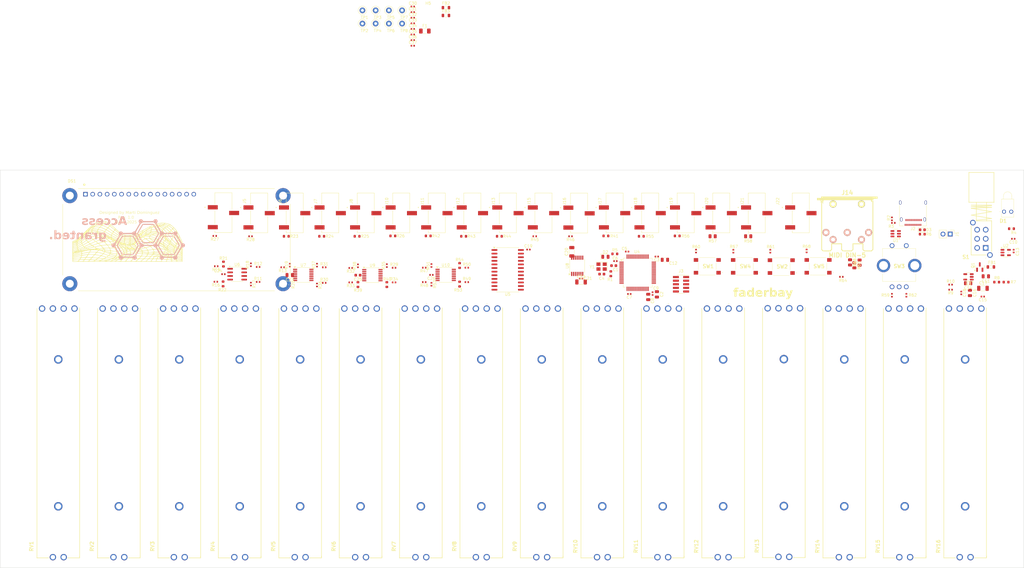
<source format=kicad_pcb>
(kicad_pcb (version 20241229) (generator "pcbnew") (generator_version "9.0")
  (layers (0 "F.Cu" signal) (4 "In1.Cu" signal) (6 "In2.Cu" signal) (2 "B.Cu" signal) (13 "F.Paste" user) (15 "B.Paste" user) (5 "F.SilkS" user "F.Silkscreen") (7 "B.SilkS" user "B.Silkscreen") (1 "F.Mask" user) (3 "B.Mask" user) (25 "Edge.Cuts" user))
  (net 0 "")
  (net 1 "Net-(D1-A)")
  (net 2 "Net-(F1-Pad1)")
  (net 3 "+5V")
  (net 4 "P6")
  (net 5 "P5")
  (net 6 "P4")
  (net 7 "P2")
  (net 8 "P1")
  (net 9 "P3")
  (net 10 "P15")
  (net 11 "P0")
  (net 12 "P7")
  (net 13 "P8")
  (net 14 "P9")
  (net 15 "P10")
  (net 16 "P11")
  (net 17 "P12")
  (net 18 "P13")
  (net 19 "P14")
  (net 20 "ENC_CH2")
  (net 22 "ENC_CH1")
  (net 24 "+3.3V")
  (net 25 "BT3")
  (net 26 "BT1")
  (net 27 "BT2")
  (net 28 "USB_CONN_D-")
  (net 29 "Net-(J2-CC2)")
  (net 30 "USB_VBUS")
  (net 31 "USB_CONN_D+")
  (net 32 "Net-(J2-CC1)")
  (net 33 "Net-(U7A--)")
  (net 34 "Net-(U7B--)")
  (net 35 "Net-(R19-Pad2)")
  (net 36 "Net-(R20-Pad2)")
  (net 37 "Net-(U10D--)")
  (net 38 "Net-(U10C--)")
  (net 39 "Net-(U7D--)")
  (net 40 "Net-(R52-Pad2)")
  (net 41 "Net-(R51-Pad2)")
  (net 42 "Net-(U7C--)")
  (net 43 "Net-(U9D--)")
  (net 44 "Net-(U9A--)")
  (net 45 "Net-(U9B--)")
  (net 46 "Net-(U9C--)")
  (net 47 "Net-(R35-Pad2)")
  (net 48 "Net-(U10B--)")
  (net 49 "Net-(U10A--)")
  (net 50 "HSE_OUT")
  (net 51 "Net-(C4-Pad1)")
  (net 52 "Net-(D2-A)")
  (net 53 "Net-(D3-A)")
  (net 54 "Net-(R36-Pad2)")
  (net 55 "UART_TX")
  (net 56 "USB_D+")
  (net 57 "USB_D-")
  (net 58 "Net-(R37-Pad2)")
  (net 59 "GNDA")
  (net 60 "Net-(R38-Pad2)")
  (net 61 "VDDA")
  (net 63 "MUX_S1")
  (net 64 "MUX_S3")
  (net 66 "ADC_IN")
  (net 67 "ADC_BUFF")
  (net 68 "GND")
  (net 69 "MUX_S0")
  (net 70 "MUX_S2")
  (net 75 "HSE_IN")
  (net 80 "+5VA")
  (net 82 "Net-(J17-Pad3)")
  (net 83 "SWDIO")
  (net 84 "Net-(J5-Pad3)")
  (net 86 "SPI_SCK")
  (net 87 "SWCLK")
  (net 88 "Net-(U4-VCAP_1)")
  (net 89 "Net-(J22-Pad3)")
  (net 91 "Net-(J21-Pad3)")
  (net 96 "Net-(J20-Pad3)")
  (net 97 "Net-(J19-Pad3)")
  (net 98 "NRST")
  (net 99 "SPI_MOSI")
  (net 101 "Net-(J18-Pad3)")
  (net 102 "Net-(J13-Pad3)")
  (net 103 "Net-(U4-VCAP_2)")
  (net 104 "SWO")
  (net 110 "Net-(J16-Pad3)")
  (net 111 "Net-(J15-Pad3)")
  (net 112 "Net-(J6-Pad3)")
  (net 113 "Net-(J7-Pad3)")
  (net 114 "Net-(J8-Pad3)")
  (net 115 "Net-(J9-Pad3)")
  (net 116 "GNDD")
  (net 117 "Net-(J9-Pad2)")
  (net 118 "Net-(J10-Pad3)")
  (net 119 "Net-(J11-Pad3)")
  (net 120 "Net-(J12-Pad3)")
  (net 121 "Net-(J14-Pad4)")
  (net 123 "Net-(J14-Pad5)")
  (net 127 "+5VD")
  (net 128 "DISP_CS")
  (net 131 "Net-(DS1-LED+)")
  (net 134 "Net-(S1-COM_1)")
  (net 137 "BT4")
  (net 138 "-5VA")
  (net 139 "Net-(Q1-C)")
  (net 140 "Net-(R14-Pad2)")
  (net 141 "Net-(R15-Pad2)")
  (net 142 "Net-(R13-Pad2)")
  (net 143 "Net-(R33-Pad2)")
  (net 144 "Net-(R34-Pad2)")
  (net 145 "Net-(R16-Pad2)")
  (net 146 "Net-(R49-Pad2)")
  (net 147 "Net-(R50-Pad2)")
  (net 148 "Net-(U8D--)")
  (net 149 "Net-(U8C--)")
  (net 150 "Net-(Q1-B)")
  (net 151 "Net-(U8A--)")
  (net 152 "Net-(U8B--)")
  (net 154 "Net-(U6-CAP-)")
  (net 157 "Net-(U6-VOUT)")
  (net 158 "Net-(U6-CAP+)")
  (net 162 "UART2_RX")
  (net 167 "UART2_TX")
  (net 170 "Net-(C24-Pad1)")
  (footprint "Package_SO:TSSOP-14_4.4x5mm_P0.65mm" (layer "F.Cu") (at -23.3172 -38.1)
    (property "Reference" "U10")
    (property "Value" "MCP6004")
  )
  (footprint "User:PTB60442010BPA104" (layer "F.Cu") (at -51.35 -26.25 90)
    (property "Reference" "RV6")
    (property "Value" "100k" (hide yes))
  )
  (footprint "Connector_PinSocket_1.27mm:PinSocket_2x05_P1.27mm_Vertical_SMD" (layer "F.Cu") (at 59.436 -34.798)
    (property "Reference" "J3")
    (property "Value" "SWD")
  )
  (footprint "LED_SMD:LED_0805_2012Metric" (layer "F.Cu") (at 32.853 -44.478)
    (property "Reference" "D2")
    (property "Value" "GREEN")
  )
  (footprint "User:PJ-320B" (layer "F.Cu") (at -13.932 -58.928 -90)
    (property "Reference" "J13")
    (property "Value" "~")
  )
  (footprint "Resistor_SMD:R_0603_1608Metric" (layer "F.Cu") (at 173.736 -35.56)
    (property "Reference" "R7")
    (property "Value" "0")
  )
  (footprint "Resistor_SMD:R_0402_1005Metric" (layer "F.Cu") (at 115.824 -37.4165 180)
    (property "Reference" "R64")
    (property "Value" "1k")
  )
  (footprint "User:PTB60442010BPA104" (layer "F.Cu") (at -93.85 -26.25 90)
    (property "Reference" "RV4")
    (property "Value" "100k" (hide yes))
  )
  (footprint "User:PJ-320B" (layer "F.Cu") (at 61.068 -58.928 -90)
    (property "Reference" "J20")
    (property "Value" "~")
  )
  (footprint "Resistor_SMD:R_0805_2012Metric" (layer "F.Cu") (at 122.2248 -42.418 90)
    (property "Reference" "R66")
    (property "Value" "220")
  )
  (footprint "TestPoint:TestPoint_Loop_D2.50mm_Drill1.0mm" (layer "F.Cu") (at -38.65 -126.555)
    (property "Reference" "TP8")
    (property "Value" "TestPoint")
  )
  (footprint "Resistor_SMD:R_0402_1005Metric" (layer "F.Cu") (at -80.645 -40.767 180)
    (property "Reference" "R13")
    (property "Value" "10k")
  )
  (footprint "Capacitor_SMD:C_0805_2012Metric" (layer "F.Cu") (at 47.9044 -30.3428 -90)
    (property "Reference" "C8")
    (property "Value" "2u2")
  )
  (footprint "Inductor_SMD:L_0805_2012Metric" (layer "F.Cu") (at -23.23 -132.155)
    (property "Reference" "FB2")
    (property "Value" "100@100MHz")
  )
  (footprint "Resistor_SMD:R_0402_1005Metric" (layer "F.Cu") (at 134.112 -56.406)
    (property "Reference" "R3")
    (property "Value" "5.1k")
  )
  (footprint "Capacitor_SMD:C_0805_2012Metric" (layer "F.Cu") (at 161.036 -31.75 -90)
    (property "Reference" "C16")
    (property "Value" "10u")
  )
  (footprint "Capacitor_SMD:C_0402_1005Metric" (layer "F.Cu") (at -34.89 -124.665)
    (property "Reference" "C34")
    (property "Value" "100n")
  )
  (footprint "Package_TO_SOT_SMD:SOT-23" (layer "F.Cu") (at 164.4904 -40.8432 90)
    (property "Reference" "Q1")
    (property "Value" "MMBT2222A")
  )
  (footprint "Capacitor_SMD:C_0402_1005Metric" (layer "F.Cu") (at 176.4085 -46.482 90)
    (property "Reference" "C13")
    (property "Value" "100n")
  )
  (footprint "Resistor_SMD:R_0603_1608Metric" (layer "F.Cu") (at -54.483 -51.689 180)
    (property "Reference" "R25")
    (property "Value" "1k")
  )
  (footprint "Capacitor_SMD:C_0805_2012Metric" (layer "F.Cu") (at 53.7683 -43.4112)
    (property "Reference" "C12")
    (property "Value" "2u2")
  )
  (footprint "User:PTB60442010BPA104" (layer "F.Cu") (at -115.1 -26.25 90)
    (property "Reference" "RV3")
    (property "Value" "100k" (hide yes))
  )
  (footprint "Capacitor_SMD:C_0402_1005Metric" (layer "F.Cu") (at -34.89 -132.545)
    (property "Reference" "C30")
    (property "Value" "100n")
  )
  (footprint "User:PTB60442010BPA104" (layer "F.Cu") (at 97.5 -26.35 90)
    (property "Reference" "RV13")
    (property "Value" "100k" (hide yes))
  )
  (footprint "Resistor_SMD:R_0402_1005Metric" (layer "F.Cu") (at -89.281 -35.623)
    (property "Reference" "R11")
    (property "Value" "10k")
  )
  (footprint "User:USB_C_Receptacle_Amphenol_12401610E4-2A" (layer "F.Cu") (at 141.01 -60.724 180)
    (property "Reference" "J2")
    (property "Value" "USB_C_Receptacle_USB2.0_14P")
  )
  (footprint "Capacitor_SMD:C_0402_1005Metric" (layer "F.Cu") (at 36.3728 -42.954 180)
    (property "Reference" "C6")
    (property "Value" "100n")
  )
  (footprint "Capacitor_SMD:C_0402_1005Metric" (layer "F.Cu") (at 5.7912 -47.019 180)
    (property "Reference" "C19")
    (property "Value" "100n")
  )
  (footprint "Package_QFP:LQFP-64_10x10mm_P0.5mm" (layer "F.Cu") (at 44.196 -38.862)
    (property "Reference" "U4")
    (property "Value" "STM32F405RGTx")
  )
  (footprint "Package_SO:SOIC-24W_7.5x15.4mm_P1.27mm" (layer "F.Cu") (at -1.524 -39.878)
    (property "Reference" "U5")
    (property "Value" "CD74HC4067M")
  )
  (footprint "Resistor_SMD:R_0402_1005Metric" (layer "F.Cu") (at 77.8382 -46.4312 -90)
    (property "Reference" "R67")
    (property "Value" "10k")
  )
  (footprint "User:430182070816" (layer "F.Cu") (at 94.6786 -41.021 180)
    (property "Reference" "SW2")
    (property "Value" "SW_Push_Dual" (hide yes))
  )
  (footprint "Resistor_SMD:R_0402_1005Metric" (layer "F.Cu") (at 20.574 -51.689 180)
    (property "Reference" "R46")
    (property "Value" "10k")
  )
  (footprint "User:PTB60442010BPA104" (layer "F.Cu") (at 33.65 -26.25 90)
    (property "Reference" "RV10")
    (property "Value" "100k" (hide yes))
  )
  (footprint "Package_TO_SOT_SMD:SOT-23-5" (layer "F.Cu") (at 160.528 -37.41 180)
    (property "Reference" "U3")
    (property "Value" "TLV75733PDBV")
  )
  (footprint "TestPoint:TestPoint_Loop_D2.50mm_Drill1.0mm" (layer "F.Cu") (at -47.95 -126.555)
    (property "Reference" "TP4")
    (property "Value" "TestPoint")
  )
  (footprint "Inductor_SMD:L_0805_2012Metric" (layer "F.Cu") (at -23.23 -129.405)
    (property "Reference" "FB3")
    (property "Value" "100@100MHz")
  )
  (footprint "Capacitor_SMD:C_0402_1005Metric" (layer "F.Cu") (at 176.276 -50.8 180)
    (property "Reference" "C10")
    (property "Value" "100n")
  )
  (footprint "User:PJ-320B" (layer "F.Cu") (at 11.068 -58.928 -90)
    (property "Reference" "J16")
    (property "Value" "~")
  )
  (footprint "Package_SO:TSSOP-14_4.4x5mm_P0.65mm" (layer "F.Cu") (at 22.9108 -41.3004 90)
    (property "Reference" "U8")
    (property "Value" "MCP6004")
  )
  (footprint "Capacitor_SMD:C_0805_2012Metric" (layer "F.Cu") (at 160.401 -35.179 180)
    (property "Reference" "C14")
    (property "Value" "10u")
  )
  (footprint "Resistor_SMD:R_0402_1005Metric" (layer "F.Cu") (at -91.821 -34.861 -90)
    (property "Reference" "R17")
    (property "Value" "10k")
  )
  (footprint "Resistor_SMD:R_0402_1005Metric" (layer "F.Cu") (at -66.04 -40.767)
    (property "Reference" "R31")
    (property "Value" "10k")
  )
  (footprint "User:PTB60442010BPA104" (layer "F.Cu") (at 12.35 -26.25 90)
    (property "Reference" "RV9")
    (property "Value" "100k" (hide yes))
  )
  (footprint "Resistor_SMD:R_0402_1005Metric" (layer "F.Cu") (at -28.3322 -34.798 -90)
    (property "Reference" "R52")
    (property "Value" "10k")
  )
  (footprint "Capacitor_SMD:C_0402_1005Metric" (layer "F.Cu") (at -34.89 -128.605)
    (property "Reference" "C32")
    (property "Value" "100n")
  )
  (footprint "Resistor_SMD:R_0402_1005Metric" (layer "F.Cu") (at -104.521 -51.816 180)
    (property "Reference" "R27")
    (property "Value" "10k")
  )
  (footprint "Resistor_SMD:R_0402_1005Metric" (layer "F.Cu") (at 90.8304 -46.4312 -90)
    (property "Reference" "R61")
    (property "Value" "10k")
  )
  (footprint "Capacitor_SMD:C_0402_1005Metric" (layer "F.Cu") (at 49.4284 -31.524 -90)
    (property "Reference" "C9")
    (property "Value" "100n")
  )
  (footprint "Resistor_SMD:R_0805_2012Metric" (layer "F.Cu") (at 120.396 -41.4805 -90)
    (property "Reference" "R65")
    (property "Value" "56")
  )
  (footprint "TestPoint:TestPoint_Loop_D2.50mm_Drill1.0mm" (layer "F.Cu") (at -43.3 -126.555)
    (property "Reference" "TP6")
    (property "Value" "TestPoint")
  )
  (footprint "Capacitor_SMD:C_0402_1005Metric" (layer "F.Cu") (at -101.473 -38.354 180)
    (property "Reference" "C24")
    (property "Value" "100n")
  )
  (footprint "Capacitor_SMD:C_0402_1005Metric" (layer "F.Cu") (at -34.89 -130.575)
    (property "Reference" "C31")
    (property "Value" "100n")
  )
  (footprint "User:PJ-320B" (layer "F.Cu") (at -51.432 -58.928 -90)
    (property "Reference" "J10")
    (property "Value" "~")
  )
  (footprint "Resistor_SMD:R_0402_1005Metric" (layer "F.Cu") (at -54.1782 -41.3004 90)
    (property "Reference" "R38")
    (property "Value" "10k")
  )
  (footprint "Capacitor_SMD:C_1206_3216Metric" (layer "F.Cu") (at 24.2824 -35.6108)
    (property "Reference" "C22")
    (property "Value" "10u")
  )
  (footprint "Capacitor_SMD:C_0805_2012Metric" (layer "F.Cu") (at 50.9524 -31.257 -90)
    (property "Reference" "C2")
    (property "Value" "4u7")
  )
  (footprint "Capacitor_SMD:C_0402_1005Metric" (layer "F.Cu") (at 40.473 -46.3068)
    (property "Reference" "C5")
    (property "Value" "100n")
  )
  (footprint "Resistor_SMD:R_0402_1005Metric" (layer "F.Cu") (at 133.604 -30.9372 90)
    (property "Reference" "R59")
    (property "Value" "10k")
  )
  (footprint "User:430182070816" (layer "F.Cu") (at 81.7372 -41.0972 180)
    (property "Reference" "SW4")
    (property "Value" "SW_Push_Dual" (hide yes))
  )
  (footprint "Resistor_SMD:R_0603_1608Metric" (layer "F.Cu") (at -79.375 -51.689 180)
    (property "Reference" "R23")
    (property "Value" "1k")
  )
  (footprint "User:PJ-320B" (layer "F.Cu") (at -38.932 -58.928 -90)
    (property "Reference" "J11")
    (property "Value" "~")
  )
  (footprint "Resistor_SMD:R_0805_2012Metric" (layer "F.Cu") (at 70.549 -51.689 180)
    (property "Reference" "R57")
    (property "Value" "220")
  )
  (footprint "Capacitor_SMD:C_0402_1005Metric" (layer "F.Cu") (at 157.988 -31.75 -90)
    (property "Reference" "C18")
    (property "Value" "100n")
  )
  (footprint "Resistor_SMD:R_0603_1608Metric" (layer "F.Cu") (at 170.434 -35.56)
    (property "Reference" "R8")
    (property "Value" "0")
  )
  (footprint "User:PTB60442010BPA104" (layer "F.Cu") (at -136.35 -26.25 90)
    (property "Reference" "RV2")
    (property "Value" "100k" (hide yes))
  )
  (footprint "User:PTB60442010BPA104" (layer "F.Cu") (at -30.15 -26.25 90)
    (property "Reference" "RV7")
    (property "Value" "100k" (hide yes))
  )
  (footprint "Resistor_SMD:R_0402_1005Metric" (layer "F.Cu") (at -44.0182 -41.3644 90)
    (property "Reference" "R35")
    (property "Value" "10k")
  )
  (footprint "Capacitor_SMD:C_0402_1005Metric" (layer "F.Cu") (at 50.9168 -44.5516)
    (property "Reference" "C3")
    (property "Value" "100n")
  )
  (footprint "Resistor_SMD:R_0402_1005Metric" (layer "F.Cu") (at -80.645 -35.433 180)
    (property "Reference" "R14")
    (property "Value" "10k")
  )
  (footprint "User:PJ-320B" (layer "F.Cu") (at -88.932 -58.928 -90)
    (property "Reference" "J6")
    (property "Value" "~")
  )
  (footprint "Capacitor_SMD:C_0805_2012Metric" (layer "F.Cu") (at -78.169 -38.04 180)
    (property "Reference" "C23")
    (property "Value" "10u")
  )
  (footprint "Resistor_SMD:R_0402_1005Metric" (layer "F.Cu") (at 133.604 -57.8284 90)
    (property "Reference" "R2")
    (property "Value" "5.1k")
  )
  (footprint "User:PTB60442010BPA104" (layer "F.Cu") (at 54.9 -26.25 90)
    (property "Reference" "RV11")
    (property "Value" "100k" (hide yes))
  )
  (footprint "User:430182070816" (layer "F.Cu") (at 68.669 -41.112 180)
    (property "Reference" "SW1")
    (property "Value" "SW_Push_Dual" (hide yes))
  )
  (footprint "User:PJ-320B" (layer "F.Cu") (at 36.068 -58.928 -90)
    (property "Reference" "J18")
    (property "Value" "~")
  )
  (footprint "Resistor_SMD:R_0603_1608Metric" (layer "F.Cu") (at -4.445 -51.689 180)
    (property "Reference" "R44")
    (property "Value" "1k")
  )
  (footprint "User:PTB60442010BPA104" (layer "F.Cu") (at 161.25 -26.25 90)
    (property "Reference" "RV16")
    (property "Value" "100k" (hide yes))
  )
  (footprint "Fuse:Fuse_1206_3216Metric" (layer "F.Cu") (at -30.65 -123.925)
    (property "Reference" "F1")
    (property "Value" "750mA")
  )
  (footprint "Resistor_SMD:R_0603_1608Metric" (layer "F.Cu") (at -101.473 -41.91 90)
    (property "Reference" "R21")
    (property "Value" "1k")
  )
  (footprint "Resistor_SMD:R_0805_2012Metric" (layer "F.Cu") (at 83.058 -51.689 180)
    (property "Reference" "R58")
    (property "Value" "220")
  )
  (footprint "Capacitor_SMD:C_0603_1608Metric" (layer "F.Cu") (at 31.57 -38.382)
    (property "Reference" "C4")
    (property "Value" "12p")
  )
  (footprint "Resistor_SMD:R_0603_1608Metric" (layer "F.Cu") (at 34.7472 -38.5064 90)
    (property "Reference" "R1")
    (property "Value" "47")
  )
  (footprint "TestPoint:TestPoint_Loop_D2.50mm_Drill1.0mm" (layer "F.Cu") (at -52.6 -126.555)
    (property "Reference" "TP2")
    (property "Value" "TestPoint")
  )
  (footprint "Resistor_SMD:R_0402_1005Metric" (layer "F.Cu") (at -91.948 -51.689 180)
    (property "Reference" "R28")
    (property "Value" "10k")
  )
  (footprint "Capacitor_SMD:C_0402_1005Metric" (layer "F.Cu") (at 165.5572 -30.48 180)
    (property "Reference" "C15")
    (property "Value" "100n")
  )
  (footprint "User:PJ-320B" (layer "F.Cu") (at 73.568 -58.928 -90)
    (property "Reference" "J21")
    (property "Value" "~")
  )
  (footprint "User:430182070816" (layer "F.Cu") (at 107.625 -41.112 180)
    (property "Reference" "SW5")
    (property "Value" "SW_Push_Dual" (hide yes))
  )
  (footprint "Resistor_SMD:R_0402_1005Metric" (layer "F.Cu") (at -104.14 -35.687 180)
    (property "Reference" "R16")
    (property "Value" "10k")
  )
  (footprint "Package_SO:TSSOP-14_4.4x5mm_P0.65mm" (layer "F.Cu") (at -73.406 -38.1)
    (property "Reference" "U7")
    (property "Value" "MCP6004")
  )
  (footprint "Resistor_SMD:R_0603_1608Metric" (layer "F.Cu") (at 33.02 -51.816 180)
    (property "Reference" "R41")
    (property "Value" "1k")
  )
  (footprint "MountingHole:MountingHole_3.2mm_M3" (layer "F.Cu") (at -29.48 -129.555)
    (property "Reference" "H5")
    (property "Value" "MountingHole")
  )
  (footprint "TestPoint:TestPoint_Loop_D2.50mm_Drill1.0mm" (layer "F.Cu") (at -43.3 -131.205)
    (property "Reference" "TP5")
    (property "Value" "TestPoint")
  )
  (footprint "User:PJ-320B" (layer "F.Cu") (at -76.432 -58.928 -90)
    (property "Reference" "J7")
    (property "Value" "~")
  )
  (footprint "Resistor_SMD:R_0603_1608Metric" (layer "F.Cu") (at -29.464 -51.816 180)
    (property "Reference" "R42")
    (property "Value" "1k")
  )
  (footprint "Capacitor_SMD:C_1206_3216Metric" (layer "F.Cu") (at 21.0312 -46.228 90)
    (property "Reference" "C20")
    (property "Value" "100u")
  )
  (footprint "LOGO" (layer "F.Cu") (at -127.8128 -50.5968)
    (property "Reference" "G***" (hide yes))
    (property "Value" "LOGO" (hide yes))
  )
  (footprint "Resistor_SMD:R_0603_1608Metric" (layer "F.Cu") (at -101.6 -34.925 -90)
    (property "Reference" "R22")
    (property "Value" "1k")
  )
  (footprint "User:PTB60442010BPA104" (layer "F.Cu") (at -157.65 -26.25 90)
    (property "Reference" "RV1")
    (property "Value" "100k" (hide yes))
  )
  (footprint "TestPoint:TestPoint_Loop_D2.50mm_Drill1.0mm" (layer "F.Cu") (at -38.65 -131.205)
    (property "Reference" "TP7")
    (property "Value" "TestPoint")
  )
  (footprint "Resistor_SMD:R_0402_1005Metric" (layer "F.Cu") (at -28.3322 -41.402 90)
    (property "Reference" "R51")
    (property "Value" "10k")
  )
  (footprint "Resistor_SMD:R_0805_2012Metric" (layer "F.Cu") (at 118.872 -42.4965 -90)
    (property "Reference" "R63")
    (property "Value" "220")
  )
  (footprint "Capacitor_SMD:C_0402_1005Metric" (layer "F.Cu") (at -34.89 -122.695)
    (property "Reference" "C35")
    (property "Value" "100n")
  )
  (footprint "Capacitor_SMD:C_0402_1005Metric" (layer "F.Cu") (at 41.2496 -31.3944 180)
    (property "Reference" "C7")
    (property "Value" "100n")
  )
  (footprint "User:LCD_NHD-14432WG-BTFH-V_T" (layer "F.Cu") (at -117.45 -50.2)
    (property "Reference" "DS1")
    (property "Value" "NHD-14432WG-BTFH-V_T")
  )
  (footprint "Resistor_SMD:R_0402_1005Metric" (layer "F.Cu") (at -56.7182 -35.4584 180)
    (property "Reference" "R33")
    (property "Value" "10k")
  )
  (footprint "Resistor_SMD:R_0402_1005Metric" (layer "F.Cu") (at -91.821 -41.656 90)
    (property "Reference" "R18")
    (property "Value" "10k")
  )
  (footprint "User:PJ-320B" (layer "F.Cu") (at 48.568 -58.928 -90)
    (property "Reference" "J19")
    (property "Value" "~")
  )
  (footprint "MountingHole:MountingHole_3.2mm_M3" (layer "F.Cu") (at -174.0916 -59.5884)
    (property "Reference" "H1" (hide yes))
    (property "Value" "MountingHole" (hide yes))
  )
  (footprint "Resistor_SMD:R_0402_1005Metric" (layer "F.Cu") (at -15.8862 -40.64)
    (property "Reference" "R50")
    (property "Value" "10k")
  )
  (footprint "Package_TO_SOT_SMD:SOT-23-5" (layer "F.Cu") (at 173.6145 -45.974)
    (property "Reference" "U2")
    (property "Value" "MCP6001-OT")
  )
  (footprint "Resistor_SMD:R_0402_1005Metric" (layer "F.Cu") (at -15.8862 -35.56)
    (property "Reference" "R49")
    (property "Value" "10k")
  )
  (footprint "User:PTB60442010BPA104" (layer "F.Cu") (at 140 -26.25 90)
    (property "Reference" "RV15")
    (property "Value" "100k" (hide yes))
  )
  (footprint "User:PJ-320B" (layer "F.Cu") (at 23.568 -58.864 -90)
    (property "Reference" "J17")
    (property "Value" "~")
  )
  (footprint "Resistor_SMD:R_0402_1005Metric" (layer "F.Cu") (at 154.242 -34.671)
    (property "Reference" "R10")
    (property "Value" "10k")
  )
  (footprint "Capacitor_SMD:C_0402_1005Metric" (layer "F.Cu") (at -28.3322 -38.1 180)
    (property "Reference" "C26")
    (property "Value" "10n")
  )
  (footprint "User:PTB60442010BPA104" (layer "F.Cu") (at -72.6 -26.25 90)
    (property "Reference" "RV5")
    (property "Value" "100k" (hide yes))
  )
  (footprint "Resistor_SMD:R_0402_1005Metric" (layer "F.Cu") (at 8.001 -51.689 180)
    (property "Reference" "R45")
    (property "Value" "10k")
  )
  (footprint "Capacitor_SMD:C_0402_1005Metric" (layer "F.Cu") (at -34.89 -120.725)
    (property "Reference" "C36")
    (property "Value" "100n")
  )
  (footprint "Resistor_SMD:R_0402_1005Metric" (layer "F.Cu") (at -68.58 -34.544 -90)
    (property "Reference" "R36")
    (property "Value" "10k")
  )
  (footprint "Resistor_SMD:R_0402_1005Metric" (layer "F.Cu") (at 154.242 -32.893 180)
    (property "Reference" "R9")
    (property "Value" "10k")
  )
  (footprint "Capacitor_SMD:C_0402_1005Metric" (layer "F.Cu") (at 24.2824 -36.83)
    (property "Reference" "C21")
    (property "Value" "100n")
  )
  (footprint "Capacitor_SMD:C_0805_2012Metric" (layer "F.Cu") (at 166.624 -37.592 180)
    (property "Reference" "C11")
    (property "Value" "10u")
  )
  (footprint "Resistor_SMD:R_0603_1608Metric" (layer "F.Cu") (at 144.272 -52.4436 180)
    (property "Reference" "R6")
    (property "Value" "220")
  )
  (footprint "Resistor_SMD:R_0402_1005Metric" (layer "F.Cu") (at -68.58 -41.529 90)
    (property "Reference" "R37")
    (property "Value" "10k")
  )
  (footprint "Inductor_SMD:L_0805_2012Metric" (layer "F.Cu") (at 168.402 -40.894)
    (property "Reference" "FB1")
    (property "Value" "100@100MHz")
  )
  (footprint "Capacitor_SMD:C_0603_1608Metric" (layer "F.Cu") (at 35.7632 -41.3512 180)
    (property "Reference" "C1")
    (property "Value" "12p")
  )
  (footprint "User:PJ-320B" (layer "F.Cu") (at -63.932 -58.928 -90)
    (property "Reference" "J8")
    (property "Value" "~")
  )
  (footprint "Resistor_SMD:R_0402_1005Metric" (layer "F.Cu") (at -30.8722 -35.56 180)
    (property "Reference" "R48")
    (property "Value" "10k")
  )
  (footprint "Resistor_SMD:R_0402_1005Metric" (layer "F.Cu") (at -41.4782 -40.6024)
    (property "Reference" "R29")
    (property "Value" "10k")
  )
  (footprint "MountingHole:MountingHole_3.2mm_M3" (layer "F.Cu") (at -174.0916 58.4708)
    (property "Reference" "H4" (hide yes))
    (property "Value" "MountingHole" (hide yes))
  )
  (footprint "User:WP934EWGD" (layer "F.Cu") (at 173.0248 -60.3504 -90)
    (property "Reference" "D1")
    (property "Value" "GREEN" (hide yes))
  )
  (footprint "Resistor_SMD:R_0402_1005Metric" (layer "F.Cu") (at -41.4782 -35.4584)
    (property "Reference" "R34")
    (property "Value" "10k")
  )
  (footprint "Resistor_SMD:R_0603_1608Metric" (layer "F.Cu") (at -41.91 -51.816 180)
    (property "Reference" "R26")
    (property "Value" "1k")
  )
  (footprint "Resistor_SMD:R_0603_1608Metric" (layer "F.Cu") (at 36.155 -45.494)
    (property "Reference" "R5")
    (property "Value" "150")
  )
  (footprint "MountingHole:MountingHole_3.2mm_M3" (layer "F.Cu") (at 151.1808 -43.942)
    (property "Reference" "H2" (hide yes))
    (property "Value" "MountingHole" (hide yes))
  )
  (footprint "MountingHole:MountingHole_3.2mm_M3" (layer "F.Cu") (at 174.0408 58.4708)
    (property "Reference" "H3" (hide yes))
    (property "Value" "MountingHole" (hide yes))
  )
  (footprint "Package_TO_SOT_SMD:SOT-23-6" (layer "F.Cu") (at 134.9248 -52.596 180)
    (property "Reference" "U1")
    (property "Value" "USBLC6-2SC6")
  )
  (footprint "Resistor_SMD:R_0402_1005Metric" (layer "F.Cu") (at 64.7101 -46.48 -90)
    (property "Reference" "R60")
    (property "Value" "10k")
  )
  (footprint "Capacitor_SMD:C_0603_1608Metric" (layer "F.Cu") (at -54.1782 -37.9984 180)
    (property "Reference" "C25")
    (property "Value" "10u")
  )
  (footprint "TestPoint:TestPoint_Loop_D2.50mm_Drill1.0mm" (layer "F.Cu") (at -47.95 -131.205)
    (property "Reference" "TP3")
    (property "Value" "TestPoint")
  )
  (footprint "LOGO" (layer "F.Cu") (at -134.891674 -49.533484)
    (property "Reference" "G***" (hide yes))
    (property "Value" "LOGO" (hide yes))
  )
  (footprint "User:PJ-320B" (layer "F.Cu") (at 86.068 -58.928 -90)
    (property "Reference" "J22")
    (property "Value" "~")
  )
  (footprint "Resistor_SMD:R_0402_1005Metric" (layer "F.Cu") (at -78.105 -41.529 90)
    (property "Reference" "R19")
    (property "Value" "10k")
  )
  (footprint "Resistor_SMD:R_0402_1005Metric" (layer "F.Cu") (at -78.105 -34.671 -90)
    (property "Reference" "R20")
    (property "Value" "10k")
  )
  (footprint "Capacitor_SMD:C_0402_1005Metric" (layer "F.Cu") (at -34.89 -118.755)
    (property "Reference" "C37")
    (property "Value" "100n")
  )
  (footprint "User:PJ-320B" (layer "F.Cu") (at -1.432 -58.928 -90)
    (property "Reference" "J15")
    (property "Value" "~")
  )
  (footprint "Resistor_SMD:R_0603_1608Metric" (layer "F.Cu") (at 175.641 -54.356 180)
    (property "Reference" "R4")
    (property "Value" "230")
  )
  (footprint "Resistor_SMD:R_0603_1608Metric" (layer "F.Cu") (at 45.466 -51.689 180)
    (property "Reference" "R55")
    (property "Value" "1k")
  )
  (footprint "Resistor_SMD:R_0603_1608Metric" (layer "F.Cu") (at -18.4262 -41.402 90)
    (property "Reference" "R54")
    (property "Value" "1k")
  )
  (footprint "Resistor_SMD:R_0402_1005Metric" (layer "F.Cu") (at -89.281 -40.894)
    (property "Reference" "R12")
    (property "Value" "10k")
  )
  (footprint "User:MIDI_DIN5" (layer "F.Cu") (at 117.9 -56.0324 180)
    (property "Reference" "J14")
    (property "Value" "MIDI DIN-5")
  )
  (footprint "Resistor_SMD:R_0603_1608Metric" (layer "F.Cu") (at -17.018 -51.689 180)
    (property "Reference" "R43")
    (property "Value" "1k")
  )
  (footprint "Resistor_SMD:R_0402_1005Metric" (layer "F.Cu") (at -30.8722 -40.64 180)
    (property "Reference" "R47")
    (property "Value" "10k")
  )
  (footprint "Capacitor_SMD:C_0402_1005Metric" (layer "F.Cu") (at -34.89 -126.635)
    (property "Reference" "C33")
    (property "Value" "100n")
  )
  (footprint "Package_SO:TSSOP-14_4.4x5mm_P0.65mm" (layer "F.Cu") (at -49.0982 -37.9984)
    (property "Reference" "U9")
    (property "Value" "MCP6004")
  )
  (footprint "Resistor_SMD:R_0402_1005Metric" (layer "F.Cu") (at -56.7182 -40.5384 180)
    (property "Reference" "R32")
    (property "Value" "10k")
  )
  (footprint "User:PJ-320B" (layer "F.Cu") (at -26.432 -58.928 -90)
    (property "Reference" "J12")
    (property "Value" "~")
  )
  (footprint "Connector_PinHeader_2.54mm:PinHeader_1x02_P2.54mm_Vertical" (layer "F.Cu") (at 154.1 -52.474 -90)
    (property "Reference" "J1")
    (property "Value" "UART")
  )
  (footprint "Resistor_SMD:R_0603_1608Metric" (layer "F.Cu") (at -54.1782 -34.6964 -90)
    (property "Reference" "R39")
    (property "Value" "1k")
  )
  (footprint "Resistor_SMD:R_0603_1608Metric" (layer "F.Cu") (at 58.103 -51.816 180)
    (property "Reference" "R56")
    (property "Value" "1k")
  )
  (footprint "Crystal:Crystal_SMD_3225-4Pin_3.2x2.5mm" (layer "F.Cu") (at 31.499 -41.01 180)
    (property "Reference" "Y1")
    (property "Value" "16MHz")
  )
  (footprint "Package_SO:SOIC-8_3.9x4.9mm_P1.27mm" (layer "F.Cu") (at -96.647 -38.354)
    (property "Reference" "U6")
    (property "Value" "ICL7660")
  )
  (footprint "User:EC11E15204A3" (layer "F.Cu") (at 133.644 -33.898)
    (property "Reference" "SW3")
    (property "Value" "EC11E15204A3" (hide yes))
  )
  (footprint "Capacitor_SMD:C_1206_3216Metric" (layer "F.Cu") (at 165.608 -33.3756 180)
    (property "Reference" "C17")
    (property "Value" "100u")
  )
  (footprint "User:PTB60442010BPA104" (layer "F.Cu") (at 118.75 -26.25 90)
    (property "Reference" "RV14")
    (property "Value" "100k" (hide yes))
  )
  (footprint "Resistor_SMD:R_0402_1005Metric" (layer "F.Cu") (at -104.013 -41.148 180)
    (property "Reference" "R15")
    (property "Value" "10k")
  )
  (footprint "Resistor_SMD:R_0603_1608Metric" (layer "F.Cu") (at -44.0182 -34.6964 -90)
    (property "Reference" "R40")
    (property "Value" "1k")
  )
  (footprint "TestPoint:TestPoint_Loop_D2.50mm_Drill1.0mm" (layer "F.Cu") (at -52.6 -131.205)
    (property "Reference" "TP1")
    (property "Value" "TestPoint")
  )
  (footprint "Resistor_SMD:R_0402_1005Metric" (layer "F.Cu") (at 138.684 -30.9372 90)
    (property "Reference" "R62")
    (property "Value" "10k")
  )
  (footprint "Resistor_SMD:R_0402_1005Metric" (layer "F.Cu") (at 103.599 -46.5328 -90)
    (property "Reference" "R68")
    (property "Value" "10k")
  )
  (footprint "Resistor_SMD:R_0603_1608Metric" (layer "F.Cu") (at -18.4262 -34.861 -90)
    (property "Reference" "R53")
    (property "Value" "1k")
  )
  (footprint "Resistor_SMD:R_0603_1608Metric" (layer "F.Cu") (at -66.929 -51.689 180)
    (property "Reference" "R24")
    (property "Value" "1k")
  )
  (footprint "User:LC2255EENPTAGBLK" (layer "F.Cu") (at 166.5732 -47.6 90)
    (property "Reference" "S1")
    (property "Value" "LC2255EENPTAGBLK" (hide yes))
  )
  (footprint "Resistor_SMD:R_0402_1005Metric" (layer "F.Cu") (at -66.04 -35.306)
    (property "Reference" "R30")
    (property "Value" "10k")
  )
  (footprint "User:PTB60442010BPA104" (layer "F.Cu") (at 76.15 -26.25 90)
    (property "Reference" "RV12")
    (property "Value" "100k" (hide yes))
  )
  (footprint "LED_SMD:LED_0603_1608Metric" (layer "F.Cu") (at 144.2975 -53.9676)
    (property "Reference" "D3")
    (property "Value" "WHITE")
  )
  (footprint "User:PJ-320B" (layer "F.Cu") (at 101.568 -58.928 -90)
    (property "Reference" "J9")
    (property "Value" "~")
  )
  (footprint "User:PTB60442010BPA104" (layer "F.Cu") (at -8.9 -26.25 90)
    (property "Reference" "RV8")
    (property "Value" "100k" (hide yes))
  )
  (footprint "User:PJ-320B" (layer "F.Cu") (at -101.472 -58.996 -90)
    (property "Reference" "J5")
    (property "Value" "~")
  )
  (gr_line (start -180 65) (end 180 65) (stroke (width 0.1)) (layer "Edge.Cuts"))
  (gr_line (start 180 -75) (end -180 -75) (stroke (width 0.1)) (layer "Edge.Cuts"))
  (gr_line (start 180 65) (end 180 -75) (stroke (width 0.1)) (layer "Edge.Cuts"))
  (gr_line (start -180 -75) (end -180 65) (stroke (width 0.1)) (layer "Edge.Cuts"))
  (gr_text "Designed by Marti Dominguez\n		    Rev. 1.0 \n	      25-04-2025\n" (at -145.102474 -56.035884 0) (layer "F.SilkS") (effects (font (size 1 1)) (justify left bottom)))
  (gr_text "faderbay" (at 77.7748 -29.9212 0) (layer "F.SilkS") (effects (font (size 3 3) (thickness 0.3) (bold yes)) (justify left bottom)))
  (gr_text "Access\n	granted.\n\n" (at -135.3312 -45.1104 0) (layer "B.SilkS") (effects (font (size 3 3) (thickness 0.3) (bold yes)) (justify left bottom mirror)))
)
</source>
